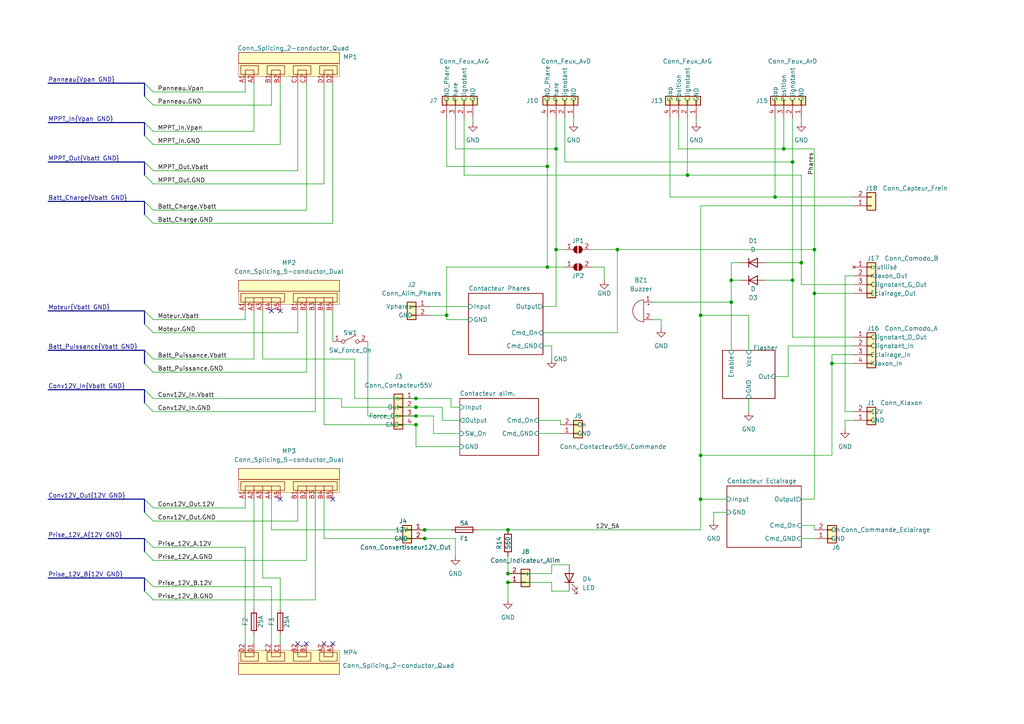
<source format=kicad_sch>
(kicad_sch (version 20211123) (generator eeschema)
  (paper "A4")
  (title_block (title "Boitier électrique vhéliotech") (date "2025-04-09") (rev "Beta 0.2") (company "Vélo solaire pour tous") (comment 1 "Licence CERN-OHL-S version 2"))
  (lib_symbols
    (symbol "Conn_Feux_Arriere_1" (pin_names (offset 1.016))
      (property "Reference" "J" (at 0 5.08 0))
      (property "Value" "Conn_Feux_Arriere_1" (at 0 -7.62 0))
      (symbol "Conn_Feux_Arriere_1_1_1"
        (rectangle (start -1.27 -4.953) (end 0 -5.207) (stroke (width 0.1524)))
        (rectangle (start -1.27 -2.413) (end 0 -2.667) (stroke (width 0.1524)))
        (rectangle (start -1.27 0.127) (end 0 -0.127) (stroke (width 0.1524)))
        (rectangle (start -1.27 2.667) (end 0 2.413) (stroke (width 0.1524)))
        (rectangle (start -1.27 3.81) (end 1.27 -6.35) (stroke (width 0.254)) (fill (type background)))
        (pin power_in line (at -5.08 2.54 0) (length 3.81) (name "GND") (number "1"))
        (pin passive line (at -5.08 0 0) (length 3.81) (name "Clignotant") (number "2"))
        (pin passive line (at -5.08 -2.54 0) (length 3.81) (name "Position") (number "3"))
        (pin passive line (at -5.08 -5.08 0) (length 3.81) (name "Stop") (number "4"))
      )
    )
    (symbol "Connector_Generic:Conn_01x02" (pin_names (offset 1.016) hide)
      (property "Reference" "J" (at 0 2.54 0))
      (property "Value" "Conn_01x02" (at 0 -5.08 0))
      (symbol "Conn_01x02_1_1"
        (rectangle (start -1.27 -2.413) (end 0 -2.667) (stroke (width 0.1524)))
        (rectangle (start -1.27 0.127) (end 0 -0.127) (stroke (width 0.1524)))
        (rectangle (start -1.27 1.27) (end 1.27 -3.81) (stroke (width 0.254)) (fill (type background)))
        (pin passive line (at -5.08 0 0) (length 3.81) (name "Pin_1") (number "1"))
        (pin passive line (at -5.08 -2.54 0) (length 3.81) (name "Pin_2") (number "2"))
      )
    )
    (symbol "Device:Buzzer" (pin_names (offset 0.0254) hide)
      (property "Reference" "BZ" (at 3.81 1.27 0))
      (property "Value" "Buzzer" (at 3.81 -1.27 0))
      (symbol "Buzzer_0_1"
        (arc (start 0 -3.175) (mid 3.175 0) (end 0 3.175))
        (polyline (pts (xy -1.651 1.905) (xy -1.143 1.905)))
        (polyline (pts (xy -1.397 2.159) (xy -1.397 1.651)))
        (polyline (pts (xy 0 3.175) (xy 0 -3.175)))
      )
      (symbol "Buzzer_1_1"
        (pin passive line (at -2.54 2.54 0) (length 2.54) (name "-") (number "1"))
        (pin passive line (at -2.54 -2.54 0) (length 2.54) (name "+") (number "2"))
      )
    )
    (symbol "Device:D" (pin_numbers hide) (pin_names (offset 1.016) hide)
      (property "Reference" "D" (at 0 2.54 0))
      (property "Value" "D" (at 0 -2.54 0))
      (symbol "D_0_1"
        (polyline (pts (xy -1.27 1.27) (xy -1.27 -1.27)) (stroke (width 0.254)))
        (polyline (pts (xy 1.27 0) (xy -1.27 0)))
        (polyline (pts (xy 1.27 1.27) (xy 1.27 -1.27) (xy -1.27 0) (xy 1.27 1.27)) (stroke (width 0.254)))
      )
      (symbol "D_1_1"
        (pin passive line (at -3.81 0 0) (length 2.54) (name "K") (number "1"))
        (pin passive line (at 3.81 0 180) (length 2.54) (name "A") (number "2"))
      )
    )
    (symbol "Device:LED" (pin_numbers hide) (pin_names (offset 1.016) hide)
      (property "Reference" "D" (at 0 2.54 0))
      (property "Value" "LED" (at 0 -2.54 0))
      (symbol "LED_0_1"
        (polyline (pts (xy -1.27 -1.27) (xy -1.27 1.27)) (stroke (width 0.254)))
        (polyline (pts (xy -1.27 0) (xy 1.27 0)))
        (polyline (pts (xy 1.27 -1.27) (xy 1.27 1.27) (xy -1.27 0) (xy 1.27 -1.27)) (stroke (width 0.254)))
        (polyline (pts (xy -3.048 -0.762) (xy -4.572 -2.286) (xy -3.81 -2.286) (xy -4.572 -2.286) (xy -4.572 -1.524)))
        (polyline (pts (xy -1.778 -0.762) (xy -3.302 -2.286) (xy -2.54 -2.286) (xy -3.302 -2.286) (xy -3.302 -1.524)))
      )
      (symbol "LED_1_1"
        (pin passive line (at -3.81 0 0) (length 2.54) (name "K") (number "1"))
        (pin passive line (at 3.81 0 180) (length 2.54) (name "A") (number "2"))
      )
    )
    (symbol "Device:R" (pin_numbers hide) (pin_names (offset 0))
      (property "Reference" "R" (at 2.032 0 90))
      (property "Value" "R" (at 0 0 90))
      (symbol "R_0_1"
        (rectangle (start -1.016 -2.54) (end 1.016 2.54) (stroke (width 0.254)))
      )
      (symbol "R_1_1"
        (pin passive line (at 0 3.81 270) (length 1.27) (name "~") (number "1"))
        (pin passive line (at 0 -3.81 90) (length 1.27) (name "~") (number "2"))
      )
    )
    (symbol "Jumper:SolderJumper_2_Open" (pin_names (offset 0) hide)
      (property "Reference" "JP" (at 0 2.032 0))
      (property "Value" "SolderJumper_2_Open" (at 0 -2.54 0))
      (symbol "SolderJumper_2_Open_0_1"
        (arc (start -0.254 1.016) (mid -1.27 0) (end -0.254 -1.016))
        (arc (start -0.254 1.016) (mid -1.27 0) (end -0.254 -1.016) (fill (type outline)))
        (polyline (pts (xy -0.254 1.016) (xy -0.254 -1.016)))
        (polyline (pts (xy 0.254 1.016) (xy 0.254 -1.016)))
        (arc (start 0.254 -1.016) (mid 1.27 0) (end 0.254 1.016))
        (arc (start 0.254 -1.016) (mid 1.27 0) (end 0.254 1.016) (fill (type outline)))
      )
      (symbol "SolderJumper_2_Open_1_1"
        (pin passive line (at -3.81 0 0) (length 2.54) (name "A") (number "1"))
        (pin passive line (at 3.81 0 180) (length 2.54) (name "B") (number "2"))
      )
    )
    (symbol "Switch:SW_SPST" (pin_names (offset 0) hide)
      (property "Reference" "SW" (at 0 3.175 0))
      (property "Value" "SW_SPST" (at 0 -2.54 0))
      (symbol "SW_SPST_0_0"
        (circle (center -2.032 0) (radius 0.508))
        (polyline (pts (xy -1.524 0.254) (xy 1.524 1.778)))
        (circle (center 2.032 0) (radius 0.508))
      )
      (symbol "SW_SPST_1_1"
        (pin passive line (at -5.08 0 0) (length 2.54) (name "A") (number "1"))
        (pin passive line (at 5.08 0 180) (length 2.54) (name "B") (number "2"))
      )
    )
    (symbol "circuit:Conn_Alim_Phares" (pin_names (offset 1.016))
      (property "Reference" "J" (at 0 2.54 0))
      (property "Value" "Conn_Alim_Phares" (at 0 -5.08 0))
      (symbol "Conn_Alim_Phares_1_1"
        (rectangle (start -1.27 -2.413) (end 0 -2.667) (stroke (width 0.1524)))
        (rectangle (start -1.27 0.127) (end 0 -0.127) (stroke (width 0.1524)))
        (rectangle (start -1.27 1.27) (end 1.27 -3.81) (stroke (width 0.254)) (fill (type background)))
        (pin power_out line (at -5.08 0 0) (length 3.81) (name "Vphares") (number "1"))
        (pin power_out line (at -5.08 -2.54 0) (length 3.81) (name "GND") (number "2"))
      )
    )
    (symbol "circuit:Conn_Commande_Eclairage" (pin_names (offset 1.016))
      (property "Reference" "J" (at 0 2.54 0))
      (property "Value" "Conn_Commande_Eclairage" (at 0 -5.08 0))
      (symbol "Conn_Commande_Eclairage_1_1"
        (rectangle (start -1.27 -2.413) (end 0 -2.667) (stroke (width 0.1524)))
        (rectangle (start -1.27 0.127) (end 0 -0.127) (stroke (width 0.1524)))
        (rectangle (start -1.27 1.27) (end 1.27 -3.81) (stroke (width 0.254)) (fill (type background)))
        (pin power_in line (at -5.08 0 0) (length 3.81) (name "GND") (number "1"))
        (pin passive line (at -5.08 -2.54 0) (length 3.81) (name "On") (number "2"))
      )
    )
    (symbol "circuit:Conn_Comodo_A" (pin_names (offset 1.016))
      (property "Reference" "J" (at 0 5.08 0))
      (property "Value" "Conn_Comodo_A" (at 0 -7.62 0))
      (symbol "Conn_Comodo_A_1_1"
        (rectangle (start -1.27 -4.953) (end 0 -5.207) (stroke (width 0.1524)))
        (rectangle (start -1.27 -2.413) (end 0 -2.667) (stroke (width 0.1524)))
        (rectangle (start -1.27 0.127) (end 0 -0.127) (stroke (width 0.1524)))
        (rectangle (start -1.27 2.667) (end 0 2.413) (stroke (width 0.1524)))
        (rectangle (start -1.27 3.81) (end 1.27 -6.35) (stroke (width 0.254)) (fill (type background)))
        (pin passive line (at -5.08 -5.08 0) (length 3.81) (name "Clignotant_D_Out") (number "1"))
        (pin passive line (at -5.08 -2.54 0) (length 3.81) (name "Clignotant_In") (number "2"))
        (pin passive line (at -5.08 0 0) (length 3.81) (name "Eclairage_In") (number "3"))
        (pin passive line (at -5.08 2.54 0) (length 3.81) (name "Klaxon_In") (number "4"))
      )
    )
    (symbol "circuit:Conn_Comodo_B" (pin_names (offset 1.016))
      (property "Reference" "J" (at 0 5.08 0))
      (property "Value" "Conn_Comodo_B" (at 0 -7.62 0))
      (symbol "Conn_Comodo_B_1_1"
        (rectangle (start -1.27 -4.953) (end 0 -5.207) (stroke (width 0.1524)))
        (rectangle (start -1.27 -2.413) (end 0 -2.667) (stroke (width 0.1524)))
        (rectangle (start -1.27 0.127) (end 0 -0.127) (stroke (width 0.1524)))
        (rectangle (start -1.27 2.667) (end 0 2.413) (stroke (width 0.1524)))
        (rectangle (start -1.27 3.81) (end 1.27 -6.35) (stroke (width 0.254)) (fill (type background)))
        (pin no_connect line (at -5.08 -5.08 0) (length 3.81) (name "Inutilisé") (number "1"))
        (pin passive line (at -5.08 -2.54 0) (length 3.81) (name "Klaxon_Out") (number "2"))
        (pin passive line (at -5.08 0 0) (length 3.81) (name "Clignotant_G_Out") (number "3"))
        (pin passive line (at -5.08 2.54 0) (length 3.81) (name "Eclairage_Out") (number "4"))
      )
    )
    (symbol "circuit:Conn_Contacteur55V" (pin_names (offset 1.016))
      (property "Reference" "J" (at 0 5.08 0))
      (property "Value" "Conn_Contacteur55V" (at 0 -7.62 0))
      (symbol "Conn_Contacteur55V_1_1"
        (rectangle (start -1.27 -4.953) (end 0 -5.207) (stroke (width 0.1524)))
        (rectangle (start -1.27 -2.413) (end 0 -2.667) (stroke (width 0.1524)))
        (rectangle (start -1.27 0.127) (end 0 -0.127) (stroke (width 0.1524)))
        (rectangle (start -1.27 2.667) (end 0 2.413) (stroke (width 0.1524)))
        (rectangle (start -1.27 3.81) (end 1.27 -6.35) (stroke (width 0.254)) (fill (type background)))
        (pin power_in line (at -5.08 2.54 0) (length 3.81) (name "In") (number "1"))
        (pin power_in line (at -5.08 0 0) (length 3.81) (name "Out") (number "2"))
        (pin passive line (at -5.08 -2.54 0) (length 3.81) (name "Force_On") (number "3"))
        (pin power_in line (at -5.08 -5.08 0) (length 3.81) (name "GND") (number "4"))
      )
    )
    (symbol "circuit:Conn_Contacteur55V_Commande" (pin_names (offset 1.016))
      (property "Reference" "J" (at 0 2.54 0))
      (property "Value" "Conn_Contacteur55V_Commande" (at 0 -5.08 0))
      (symbol "Conn_Contacteur55V_Commande_1_1"
        (rectangle (start -1.27 -2.413) (end 0 -2.667) (stroke (width 0.1524)))
        (rectangle (start -1.27 0.127) (end 0 -0.127) (stroke (width 0.1524)))
        (rectangle (start -1.27 1.27) (end 1.27 -3.81) (stroke (width 0.254)) (fill (type background)))
        (pin power_in line (at -5.08 0 0) (length 3.81) (name "GND") (number "1"))
        (pin passive line (at -5.08 -2.54 0) (length 3.81) (name "On") (number "2"))
      )
    )
    (symbol "circuit:Conn_Convertisseur12V_Out" (pin_names (offset 1.016))
      (property "Reference" "J" (at 0 2.54 0))
      (property "Value" "Conn_Convertisseur12V_Out" (at 0 -5.08 0))
      (symbol "Conn_Convertisseur12V_Out_1_1"
        (rectangle (start -1.27 -2.413) (end 0 -2.667) (stroke (width 0.1524)))
        (rectangle (start -1.27 0.127) (end 0 -0.127) (stroke (width 0.1524)))
        (rectangle (start -1.27 1.27) (end 1.27 -3.81) (stroke (width 0.254)) (fill (type background)))
        (pin power_out line (at -5.08 0 0) (length 3.81) (name "12V") (number "1"))
        (pin power_out line (at -5.08 -2.54 0) (length 3.81) (name "GND") (number "2"))
      )
    )
    (symbol "circuit:Conn_Feux_Arriere" (pin_names (offset 1.016))
      (property "Reference" "J" (at 0 5.08 0))
      (property "Value" "Conn_Feux_Arriere" (at 0 -7.62 0))
      (symbol "Conn_Feux_Arriere_1_1"
        (rectangle (start -1.27 -4.953) (end 0 -5.207) (stroke (width 0.1524)))
        (rectangle (start -1.27 -2.413) (end 0 -2.667) (stroke (width 0.1524)))
        (rectangle (start -1.27 0.127) (end 0 -0.127) (stroke (width 0.1524)))
        (rectangle (start -1.27 2.667) (end 0 2.413) (stroke (width 0.1524)))
        (rectangle (start -1.27 3.81) (end 1.27 -6.35) (stroke (width 0.254)) (fill (type background)))
        (pin power_in line (at -5.08 2.54 0) (length 3.81) (name "GND") (number "1"))
        (pin passive line (at -5.08 0 0) (length 3.81) (name "Clignotant") (number "2"))
        (pin passive line (at -5.08 -2.54 0) (length 3.81) (name "Position") (number "3"))
        (pin passive line (at -5.08 -5.08 0) (length 3.81) (name "Stop") (number "4"))
      )
    )
    (symbol "circuit:Conn_Feux_Avant" (pin_names (offset 1.016))
      (property "Reference" "J" (at 0 5.08 0))
      (property "Value" "Conn_Feux_Avant" (at 0 -7.62 0))
      (symbol "Conn_Feux_Avant_1_1"
        (rectangle (start -1.27 -4.953) (end 0 -5.207) (stroke (width 0.1524)))
        (rectangle (start -1.27 -2.413) (end 0 -2.667) (stroke (width 0.1524)))
        (rectangle (start -1.27 0.127) (end 0 -0.127) (stroke (width 0.1524)))
        (rectangle (start -1.27 2.667) (end 0 2.413) (stroke (width 0.1524)))
        (rectangle (start -1.27 3.81) (end 1.27 -6.35) (stroke (width 0.254)) (fill (type background)))
        (pin power_in line (at -5.08 2.54 0) (length 3.81) (name "GND") (number "1"))
        (pin passive line (at -5.08 0 0) (length 3.81) (name "Clignotant") (number "2"))
        (pin passive line (at -5.08 -2.54 0) (length 3.81) (name "Phare") (number "3"))
        (pin power_in line (at -5.08 -5.08 0) (length 3.81) (name "GND_Phare") (number "4"))
      )
    )
    (symbol "circuit:Conn_Indicateur_Alim" (pin_names (offset 1.016))
      (property "Reference" "J" (at 0 2.54 0))
      (property "Value" "Conn_Indicateur_Alim" (at 0 -5.08 0))
      (symbol "Conn_Indicateur_Alim_1_1"
        (rectangle (start -1.27 -2.413) (end 0 -2.667) (stroke (width 0.1524)))
        (rectangle (start -1.27 0.127) (end 0 -0.127) (stroke (width 0.1524)))
        (rectangle (start -1.27 1.27) (end 1.27 -3.81) (stroke (width 0.254)) (fill (type background)))
        (pin power_in line (at -5.08 0 0) (length 3.81) (name "-") (number "1"))
        (pin passive line (at -5.08 -2.54 0) (length 3.81) (name "+") (number "2"))
      )
    )
    (symbol "circuit:Conn_Klaxon" (pin_names (offset 1.016))
      (property "Reference" "J" (at 0 2.54 0))
      (property "Value" "Conn_Klaxon" (at 0 -5.08 0))
      (symbol "Conn_Klaxon_1_1"
        (rectangle (start -1.27 -2.413) (end 0 -2.667) (stroke (width 0.1524)))
        (rectangle (start -1.27 0.127) (end 0 -0.127) (stroke (width 0.1524)))
        (rectangle (start -1.27 1.27) (end 1.27 -3.81) (stroke (width 0.254)) (fill (type background)))
        (pin power_in line (at -5.08 0 0) (length 3.81) (name "GND") (number "1"))
        (pin passive line (at -5.08 -2.54 0) (length 3.81) (name "12V") (number "2"))
      )
    )
    (symbol "circuit:Conn_Splicing_2-conductor_Quad"
      (property "Reference" "MP" (at 0.635 11.43 0))
      (property "Value" "Conn_Splicing_2-conductor_Quad" (at 1.27 -21.59 0))
      (symbol "Conn_Splicing_2-conductor_Quad_0_1"
        (rectangle (start -3.175 9.525) (end 0.635 -19.685) (stroke (width 0.01)) (fill (type background)))
        (rectangle (start -2.54 -13.97) (end 0 -19.05))
        (rectangle (start -2.54 -6.35) (end 0 -11.43))
        (rectangle (start -2.54 1.27) (end 0 -3.81))
        (rectangle (start -2.54 8.89) (end 0 3.81))
        (polyline (pts (xy -2.54 -15.24) (xy -1.27 -15.24) (xy -1.27 -17.78) (xy -2.54 -17.78)))
        (polyline (pts (xy -2.54 -7.62) (xy -1.27 -7.62) (xy -1.27 -10.16) (xy -2.54 -10.16)))
        (polyline (pts (xy -2.54 0) (xy -1.27 0) (xy -1.27 -2.54) (xy -2.54 -2.54)))
        (polyline (pts (xy -2.54 7.62) (xy -1.27 7.62) (xy -1.27 5.08) (xy -2.54 5.08)))
        (rectangle (start 0.635 9.525) (end 3.81 -19.685) (fill (type background)))
      )
      (symbol "Conn_Splicing_2-conductor_Quad_1_1"
        (pin passive line (at -5.08 7.62 0) (length 2.54) (name "") (number "A1"))
        (pin passive line (at -5.08 5.08 0) (length 2.54) (name "") (number "A2"))
        (pin passive line (at -5.08 0 0) (length 2.54) (name "") (number "B1"))
        (pin passive line (at -5.08 -2.54 0) (length 2.54) (name "") (number "B2"))
        (pin passive line (at -5.08 -7.62 0) (length 2.54) (name "") (number "C1"))
        (pin passive line (at -5.08 -10.16 0) (length 2.54) (name "") (number "C2"))
        (pin passive line (at -5.08 -15.24 0) (length 2.54) (name "") (number "D1"))
        (pin passive line (at -5.08 -17.78 0) (length 2.54) (name "") (number "D2"))
      )
    )
    (symbol "circuit:Conn_Splicing_5-conductor_Dual"
      (property "Reference" "MP" (at 0.635 11.43 0))
      (property "Value" "Conn_Splicing_5-conductor_Dual" (at 1.27 -21.59 0))
      (symbol "Conn_Splicing_5-conductor_Dual_0_1"
        (rectangle (start -3.175 9.525) (end 0.635 -19.685) (stroke (width 0.01)) (fill (type background)))
        (rectangle (start -2.54 -6.35) (end 0 -19.05))
        (rectangle (start -2.54 8.89) (end 0 -3.81))
        (polyline (pts (xy -1.27 -15.24) (xy -2.54 -15.24)))
        (polyline (pts (xy -1.27 -12.7) (xy -2.54 -12.7)))
        (polyline (pts (xy -1.27 -10.16) (xy -2.54 -10.16)))
        (polyline (pts (xy -1.27 0) (xy -2.54 0)))
        (polyline (pts (xy -1.27 2.54) (xy -2.54 2.54)))
        (polyline (pts (xy -1.27 5.08) (xy -2.54 5.08)))
        (polyline (pts (xy -2.54 -7.62) (xy -1.27 -7.62) (xy -1.27 -17.78) (xy -2.54 -17.78)))
        (polyline (pts (xy -2.54 7.62) (xy -1.27 7.62) (xy -1.27 -2.54) (xy -2.54 -2.54)))
        (rectangle (start 0.635 9.525) (end 3.81 -19.685) (fill (type background)))
      )
      (symbol "Conn_Splicing_5-conductor_Dual_1_1"
        (pin passive line (at -5.08 7.62 0) (length 2.54) (name "") (number "A1"))
        (pin passive line (at -5.08 5.08 0) (length 2.54) (name "") (number "A2"))
        (pin passive line (at -5.08 2.54 0) (length 2.54) (name "") (number "A3"))
        (pin passive line (at -5.08 0 0) (length 2.54) (name "") (number "A4"))
        (pin passive line (at -5.08 -2.54 0) (length 2.54) (name "") (number "A5"))
        (pin passive line (at -5.08 -7.62 0) (length 2.54) (name "") (number "B1"))
        (pin passive line (at -5.08 -10.16 0) (length 2.54) (name "") (number "B2"))
        (pin passive line (at -5.08 -12.7 0) (length 2.54) (name "") (number "B3"))
        (pin passive line (at -5.08 -15.24 0) (length 2.54) (name "") (number "B4"))
        (pin passive line (at -5.08 -17.78 0) (length 2.54) (name "") (number "B5"))
      )
    )
    (symbol "circuit:Fuse" (pin_numbers hide) (pin_names (offset 0))
      (property "Reference" "F" (at 2.032 0 90))
      (property "Value" "Fuse" (at -1.905 0 90))
      (symbol "Fuse_0_1"
        (rectangle (start -0.762 -2.54) (end 0.762 2.54) (stroke (width 0.254)))
        (polyline (pts (xy 0 2.54) (xy 0 -2.54)))
      )
      (symbol "Fuse_1_1"
        (pin passive line (at 0 3.81 270) (length 1.27) (name "~") (number "1"))
        (pin passive line (at 0 -3.81 90) (length 1.27) (name "~") (number "2"))
      )
    )
    (symbol "power:GND" (power) (pin_names (offset 0))
      (property "Value" "GND" (at 0 -3.81 0))
      (symbol "GND_0_1"
        (polyline (pts (xy 0 0) (xy 0 -1.27) (xy 1.27 -1.27) (xy 0 -2.54) (xy -1.27 -1.27) (xy 0 -1.27)))
      )
      (symbol "GND_1_1"
        (pin power_in line (at 0 0 270) (length 0) hide (name "GND") (number "1"))
      )
    )
  )
  (junction (at 203.2 132.08))
  (junction (at 123.19 156.21))
  (junction (at 179.07 72.39))
  (junction (at 199.39 50.8))
  (junction (at 161.29 43.18))
  (junction (at 224.79 57.15))
  (junction (at 120.65 123.19))
  (junction (at 120.65 115.57))
  (junction (at 147.32 166.37))
  (junction (at 147.32 168.91))
  (junction (at 229.87 81.28))
  (junction (at 203.2 91.44))
  (junction (at 227.33 43.18))
  (junction (at 161.29 72.39))
  (junction (at 229.87 46.99))
  (junction (at 120.65 120.65))
  (junction (at 212.09 81.28))
  (junction (at 120.65 118.11))
  (junction (at 241.3 105.41))
  (junction (at 236.22 72.39))
  (junction (at 158.75 48.26))
  (junction (at 212.09 87.63))
  (junction (at 147.32 153.67))
  (junction (at 123.19 153.67))
  (junction (at 129.54 91.44))
  (junction (at 236.22 85.09))
  (junction (at 203.2 144.78))
  (junction (at 232.41 76.2))
  (junction (at 158.75 77.47))
  (no_connect (at 96.52 186.69))
  (no_connect (at 96.52 144.78))
  (no_connect (at 78.74 90.17))
  (no_connect (at 88.9 186.69))
  (no_connect (at 93.98 186.69))
  (no_connect (at 86.36 186.69))
  (no_connect (at 81.28 144.78))
  (no_connect (at 81.28 90.17))
  (bus_entry (at 41.91 35.56) (size 2.54 2.54))
  (bus_entry (at 41.91 105.41) (size 2.54 2.54))
  (bus_entry (at 41.91 144.78) (size 2.54 2.54))
  (bus_entry (at 41.91 58.42) (size 2.54 2.54))
  (bus_entry (at 41.91 116.84) (size 2.54 2.54))
  (bus_entry (at 41.91 62.23) (size 2.54 2.54))
  (bus_entry (at 41.91 24.13) (size 2.54 2.54))
  (bus_entry (at 41.91 50.8) (size 2.54 2.54))
  (bus_entry (at 41.91 167.64) (size 2.54 2.54))
  (bus_entry (at 41.91 46.99) (size 2.54 2.54))
  (bus_entry (at 41.91 156.21) (size 2.54 2.54))
  (bus_entry (at 41.91 93.98) (size 2.54 2.54))
  (bus_entry (at 41.91 113.03) (size 2.54 2.54))
  (bus_entry (at 41.91 171.45) (size 2.54 2.54))
  (bus_entry (at 41.91 90.17) (size 2.54 2.54))
  (bus_entry (at 41.91 148.59) (size 2.54 2.54))
  (bus_entry (at 41.91 27.94) (size 2.54 2.54))
  (bus_entry (at 41.91 160.02) (size 2.54 2.54))
  (bus_entry (at 41.91 101.6) (size 2.54 2.54))
  (bus_entry (at 41.91 39.37) (size 2.54 2.54))
  (wire (pts (xy 125.73 125.73) (xy 125.73 120.65)))
  (wire (pts (xy 217.17 115.57) (xy 217.17 119.38)))
  (wire (pts (xy 71.12 147.32) (xy 71.12 144.78)))
  (wire (pts (xy 203.2 144.78) (xy 203.2 153.67)))
  (wire (pts (xy 212.09 87.63) (xy 212.09 101.6)))
  (wire (pts (xy 161.29 72.39) (xy 161.29 88.9)))
  (wire (pts (xy 247.65 121.92) (xy 245.11 121.92)))
  (bus (pts (xy 41.91 35.56) (xy 41.91 39.37)))
  (wire (pts (xy 124.46 88.9) (xy 135.89 88.9)))
  (wire (pts (xy 130.81 115.57) (xy 120.65 115.57)))
  (wire (pts (xy 203.2 144.78) (xy 210.82 144.78)))
  (wire (pts (xy 88.9 162.56) (xy 88.9 144.78)))
  (wire (pts (xy 129.54 34.29) (xy 129.54 48.26)))
  (wire (pts (xy 228.6 100.33) (xy 228.6 109.22)))
  (wire (pts (xy 222.25 76.2) (xy 232.41 76.2)))
  (wire (pts (xy 161.29 43.18) (xy 132.08 43.18)))
  (wire (pts (xy 212.09 81.28) (xy 212.09 87.63)))
  (bus (pts (xy 13.97 24.13) (xy 41.91 24.13)))
  (wire (pts (xy 232.41 156.21) (xy 236.22 156.21)))
  (wire (pts (xy 44.45 162.56) (xy 88.9 162.56)))
  (wire (pts (xy 125.73 120.65) (xy 120.65 120.65)))
  (bus (pts (xy 41.91 144.78) (xy 41.91 148.59)))
  (wire (pts (xy 44.45 158.75) (xy 71.12 158.75)))
  (wire (pts (xy 227.33 34.29) (xy 227.33 43.18)))
  (wire (pts (xy 44.45 170.18) (xy 78.74 170.18)))
  (wire (pts (xy 93.98 90.17) (xy 93.98 123.19)))
  (wire (pts (xy 76.2 104.14) (xy 102.87 104.14)))
  (wire (pts (xy 199.39 34.29) (xy 199.39 50.8)))
  (wire (pts (xy 147.32 168.91) (xy 147.32 173.99)))
  (wire (pts (xy 88.9 60.96) (xy 88.9 24.13)))
  (wire (pts (xy 129.54 92.71) (xy 135.89 92.71)))
  (wire (pts (xy 158.75 77.47) (xy 129.54 77.47)))
  (wire (pts (xy 229.87 46.99) (xy 163.83 46.99)))
  (wire (pts (xy 120.65 123.19) (xy 93.98 123.19)))
  (wire (pts (xy 161.29 72.39) (xy 163.83 72.39)))
  (wire (pts (xy 44.45 147.32) (xy 71.12 147.32)))
  (wire (pts (xy 73.66 144.78) (xy 73.66 176.53)))
  (wire (pts (xy 81.28 167.64) (xy 81.28 176.53)))
  (wire (pts (xy 44.45 30.48) (xy 78.74 30.48)))
  (wire (pts (xy 137.16 34.29) (xy 137.16 35.56)))
  (wire (pts (xy 161.29 34.29) (xy 161.29 43.18)))
  (wire (pts (xy 241.3 105.41) (xy 241.3 102.87)))
  (wire (pts (xy 44.45 26.67) (xy 71.12 26.67)))
  (wire (pts (xy 133.35 125.73) (xy 125.73 125.73)))
  (wire (pts (xy 102.87 115.57) (xy 120.65 115.57)))
  (wire (pts (xy 179.07 72.39) (xy 236.22 72.39)))
  (wire (pts (xy 128.27 121.92) (xy 128.27 118.11)))
  (wire (pts (xy 96.52 90.17) (xy 96.52 99.06)))
  (wire (pts (xy 158.75 77.47) (xy 163.83 77.47)))
  (wire (pts (xy 147.32 153.67) (xy 203.2 153.67)))
  (wire (pts (xy 71.12 92.71) (xy 71.12 90.17)))
  (wire (pts (xy 160.02 171.45) (xy 165.1 171.45)))
  (wire (pts (xy 161.29 43.18) (xy 161.29 72.39)))
  (wire (pts (xy 245.11 119.38) (xy 247.65 119.38)))
  (wire (pts (xy 86.36 96.52) (xy 86.36 90.17)))
  (wire (pts (xy 247.65 97.79) (xy 229.87 97.79)))
  (wire (pts (xy 91.44 173.99) (xy 91.44 144.78)))
  (bus (pts (xy 13.97 144.78) (xy 41.91 144.78)))
  (wire (pts (xy 102.87 104.14) (xy 102.87 115.57)))
  (wire (pts (xy 78.74 186.69) (xy 78.74 170.18)))
  (bus (pts (xy 13.97 156.21) (xy 41.91 156.21)))
  (wire (pts (xy 203.2 91.44) (xy 217.17 91.44)))
  (bus (pts (xy 13.97 58.42) (xy 41.91 58.42)))
  (bus (pts (xy 13.97 35.56) (xy 41.91 35.56)))
  (wire (pts (xy 245.11 80.01) (xy 245.11 119.38)))
  (wire (pts (xy 129.54 48.26) (xy 158.75 48.26)))
  (wire (pts (xy 73.66 184.15) (xy 73.66 186.69)))
  (wire (pts (xy 203.2 91.44) (xy 203.2 132.08)))
  (wire (pts (xy 224.79 57.15) (xy 224.79 34.29)))
  (wire (pts (xy 123.19 156.21) (xy 132.08 156.21)))
  (wire (pts (xy 157.48 100.33) (xy 160.02 100.33)))
  (wire (pts (xy 138.43 153.67) (xy 147.32 153.67)))
  (wire (pts (xy 191.77 95.25) (xy 191.77 92.71)))
  (wire (pts (xy 179.07 72.39) (xy 179.07 96.52)))
  (wire (pts (xy 201.93 34.29) (xy 201.93 35.56)))
  (wire (pts (xy 236.22 43.18) (xy 236.22 72.39)))
  (wire (pts (xy 156.21 125.73) (xy 162.56 125.73)))
  (wire (pts (xy 81.28 184.15) (xy 81.28 186.69)))
  (wire (pts (xy 241.3 105.41) (xy 241.3 132.08)))
  (wire (pts (xy 158.75 48.26) (xy 158.75 77.47)))
  (wire (pts (xy 76.2 90.17) (xy 76.2 104.14)))
  (wire (pts (xy 78.74 30.48) (xy 78.74 24.13)))
  (wire (pts (xy 212.09 76.2) (xy 212.09 81.28)))
  (wire (pts (xy 78.74 153.67) (xy 78.74 144.78)))
  (wire (pts (xy 147.32 168.91) (xy 160.02 168.91)))
  (wire (pts (xy 44.45 53.34) (xy 93.98 53.34)))
  (wire (pts (xy 194.31 57.15) (xy 194.31 34.29)))
  (wire (pts (xy 207.01 151.13) (xy 207.01 148.59)))
  (wire (pts (xy 229.87 81.28) (xy 229.87 97.79)))
  (wire (pts (xy 228.6 100.33) (xy 247.65 100.33)))
  (wire (pts (xy 134.62 50.8) (xy 134.62 34.29)))
  (wire (pts (xy 245.11 80.01) (xy 247.65 80.01)))
  (wire (pts (xy 129.54 91.44) (xy 129.54 92.71)))
  (wire (pts (xy 222.25 81.28) (xy 229.87 81.28)))
  (bus (pts (xy 13.97 113.03) (xy 41.91 113.03)))
  (wire (pts (xy 133.35 129.54) (xy 120.65 129.54)))
  (bus (pts (xy 41.91 101.6) (xy 41.91 105.41)))
  (wire (pts (xy 157.48 96.52) (xy 179.07 96.52)))
  (wire (pts (xy 129.54 77.47) (xy 129.54 91.44)))
  (wire (pts (xy 133.35 121.92) (xy 128.27 121.92)))
  (bus (pts (xy 41.91 46.99) (xy 41.91 50.8)))
  (wire (pts (xy 88.9 107.95) (xy 88.9 90.17)))
  (wire (pts (xy 44.45 115.57) (xy 99.06 115.57)))
  (wire (pts (xy 236.22 152.4) (xy 232.41 152.4)))
  (wire (pts (xy 212.09 81.28) (xy 214.63 81.28)))
  (bus (pts (xy 41.91 24.13) (xy 41.91 27.94)))
  (wire (pts (xy 86.36 151.13) (xy 86.36 144.78)))
  (wire (pts (xy 44.45 107.95) (xy 88.9 107.95)))
  (wire (pts (xy 76.2 144.78) (xy 76.2 167.64)))
  (wire (pts (xy 232.41 76.2) (xy 232.41 82.55)))
  (wire (pts (xy 147.32 161.29) (xy 147.32 166.37)))
  (wire (pts (xy 203.2 59.69) (xy 247.65 59.69)))
  (wire (pts (xy 99.06 118.11) (xy 99.06 115.57)))
  (wire (pts (xy 189.23 87.63) (xy 212.09 87.63)))
  (wire (pts (xy 133.35 118.11) (xy 130.81 118.11)))
  (wire (pts (xy 106.68 99.06) (xy 106.68 120.65)))
  (wire (pts (xy 130.81 118.11) (xy 130.81 115.57)))
  (wire (pts (xy 86.36 49.53) (xy 86.36 24.13)))
  (wire (pts (xy 123.19 153.67) (xy 78.74 153.67)))
  (wire (pts (xy 44.45 41.91) (xy 81.28 41.91)))
  (wire (pts (xy 120.65 129.54) (xy 120.65 123.19)))
  (wire (pts (xy 196.85 34.29) (xy 196.85 43.18)))
  (wire (pts (xy 157.48 88.9) (xy 161.29 88.9)))
  (wire (pts (xy 93.98 156.21) (xy 93.98 144.78)))
  (wire (pts (xy 81.28 41.91) (xy 81.28 24.13)))
  (wire (pts (xy 236.22 153.67) (xy 236.22 152.4)))
  (wire (pts (xy 203.2 59.69) (xy 203.2 91.44)))
  (wire (pts (xy 214.63 76.2) (xy 212.09 76.2)))
  (bus (pts (xy 41.91 167.64) (xy 41.91 171.45)))
  (wire (pts (xy 44.45 119.38) (xy 91.44 119.38)))
  (wire (pts (xy 73.66 104.14) (xy 73.66 90.17)))
  (wire (pts (xy 44.45 64.77) (xy 96.52 64.77)))
  (wire (pts (xy 241.3 102.87) (xy 247.65 102.87)))
  (wire (pts (xy 171.45 72.39) (xy 179.07 72.39)))
  (wire (pts (xy 44.45 151.13) (xy 86.36 151.13)))
  (wire (pts (xy 199.39 50.8) (xy 134.62 50.8)))
  (wire (pts (xy 247.65 105.41) (xy 241.3 105.41)))
  (wire (pts (xy 44.45 49.53) (xy 86.36 49.53)))
  (wire (pts (xy 91.44 119.38) (xy 91.44 90.17)))
  (wire (pts (xy 132.08 156.21) (xy 132.08 161.29)))
  (wire (pts (xy 232.41 50.8) (xy 232.41 76.2)))
  (wire (pts (xy 245.11 121.92) (xy 245.11 124.46)))
  (wire (pts (xy 73.66 38.1) (xy 73.66 24.13)))
  (wire (pts (xy 224.79 57.15) (xy 194.31 57.15)))
  (wire (pts (xy 163.83 46.99) (xy 163.83 34.29)))
  (wire (pts (xy 44.45 92.71) (xy 71.12 92.71)))
  (wire (pts (xy 232.41 144.78) (xy 236.22 144.78)))
  (wire (pts (xy 71.12 26.67) (xy 71.12 24.13)))
  (wire (pts (xy 224.79 57.15) (xy 247.65 57.15)))
  (bus (pts (xy 13.97 167.64) (xy 41.91 167.64)))
  (wire (pts (xy 175.26 81.28) (xy 175.26 77.47)))
  (wire (pts (xy 236.22 85.09) (xy 247.65 85.09)))
  (wire (pts (xy 236.22 85.09) (xy 236.22 144.78)))
  (wire (pts (xy 171.45 77.47) (xy 175.26 77.47)))
  (wire (pts (xy 44.45 60.96) (xy 88.9 60.96)))
  (wire (pts (xy 44.45 96.52) (xy 86.36 96.52)))
  (wire (pts (xy 203.2 132.08) (xy 241.3 132.08)))
  (wire (pts (xy 106.68 120.65) (xy 120.65 120.65)))
  (bus (pts (xy 41.91 90.17) (xy 41.91 93.98)))
  (wire (pts (xy 236.22 72.39) (xy 236.22 85.09)))
  (wire (pts (xy 124.46 91.44) (xy 129.54 91.44)))
  (wire (pts (xy 158.75 48.26) (xy 158.75 34.29)))
  (wire (pts (xy 229.87 46.99) (xy 229.87 81.28)))
  (wire (pts (xy 44.45 173.99) (xy 91.44 173.99)))
  (wire (pts (xy 156.21 121.92) (xy 162.56 121.92)))
  (wire (pts (xy 96.52 64.77) (xy 96.52 24.13)))
  (bus (pts (xy 13.97 46.99) (xy 41.91 46.99)))
  (bus (pts (xy 13.97 101.6) (xy 41.91 101.6)))
  (wire (pts (xy 199.39 50.8) (xy 232.41 50.8)))
  (wire (pts (xy 99.06 118.11) (xy 120.65 118.11)))
  (wire (pts (xy 147.32 166.37) (xy 160.02 166.37)))
  (bus (pts (xy 41.91 58.42) (xy 41.91 62.23)))
  (wire (pts (xy 203.2 132.08) (xy 203.2 144.78)))
  (wire (pts (xy 162.56 123.19) (xy 162.56 121.92)))
  (wire (pts (xy 229.87 34.29) (xy 229.87 46.99)))
  (wire (pts (xy 166.37 34.29) (xy 166.37 35.56)))
  (wire (pts (xy 44.45 104.14) (xy 73.66 104.14)))
  (bus (pts (xy 41.91 156.21) (xy 41.91 160.02)))
  (wire (pts (xy 224.79 109.22) (xy 228.6 109.22)))
  (wire (pts (xy 207.01 148.59) (xy 210.82 148.59)))
  (bus (pts (xy 13.97 90.17) (xy 41.91 90.17)))
  (wire (pts (xy 191.77 92.71) (xy 189.23 92.71)))
  (wire (pts (xy 232.41 82.55) (xy 247.65 82.55)))
  (wire (pts (xy 232.41 34.29) (xy 232.41 35.56)))
  (wire (pts (xy 44.45 38.1) (xy 73.66 38.1)))
  (wire (pts (xy 217.17 91.44) (xy 217.17 101.6)))
  (wire (pts (xy 160.02 166.37) (xy 160.02 163.83)))
  (wire (pts (xy 160.02 168.91) (xy 160.02 171.45)))
  (wire (pts (xy 196.85 43.18) (xy 227.33 43.18)))
  (wire (pts (xy 76.2 167.64) (xy 81.28 167.64)))
  (wire (pts (xy 160.02 163.83) (xy 165.1 163.83)))
  (wire (pts (xy 123.19 156.21) (xy 93.98 156.21)))
  (wire (pts (xy 128.27 118.11) (xy 120.65 118.11)))
  (wire (pts (xy 227.33 43.18) (xy 236.22 43.18)))
  (bus (pts (xy 41.91 113.03) (xy 41.91 116.84)))
  (wire (pts (xy 71.12 186.69) (xy 71.12 158.75)))
  (wire (pts (xy 123.19 153.67) (xy 130.81 153.67)))
  (wire (pts (xy 132.08 43.18) (xy 132.08 34.29)))
  (wire (pts (xy 93.98 53.34) (xy 93.98 24.13)))
  (wire (pts (xy 160.02 100.33) (xy 160.02 104.14)))
  (label "Panneau.Vpan" (at 45.72 26.67 0))
  (label "Panneau.GND" (at 45.72 30.48 0))
  (label "Conv12V_In.Vbatt" (at 45.72 115.57 0))
  (label "Batt_Charge{Vbatt GND}" (at 13.97 58.42 0))
  (label "MPPT_Out{Vbatt GND}" (at 13.97 46.99 0))
  (label "Moteur.GND" (at 45.72 96.52 0))
  (label "Batt_Puissance.Vbatt" (at 45.72 104.14 0))
  (label "Panneau{Vpan GND}" (at 13.97 24.13 0))
  (label "Moteur.Vbatt" (at 45.72 92.71 0))
  (label "Phares" (at 236.22 50.8 90))
  (label "Conv12V_Out.GND" (at 45.72 151.13 0))
  (label "Batt_Charge.GND" (at 45.72 64.77 0))
  (label "Conv12V_Out{12V GND}" (at 13.97 144.78 0))
  (label "MPPT_In{Vpan GND}" (at 13.97 35.56 0))
  (label "Batt_Charge.Vbatt" (at 45.72 60.96 0))
  (label "Prise_12V_B{12V GND}" (at 13.97 167.64 0))
  (label "Conv12V_In{Vbatt GND}" (at 13.97 113.03 0))
  (label "Prise_12V_A.GND" (at 45.72 162.56 0))
  (label "MPPT_In.GND" (at 45.72 41.91 0))
  (label "12V_5A" (at 172.72 153.67 0))
  (label "Batt_Puissance.GND" (at 45.72 107.95 0))
  (label "Conv12V_In.GND" (at 45.72 119.38 0))
  (label "Batt_Puissance{Vbatt GND}" (at 13.97 101.6 0))
  (label "Prise_12V_A.12V" (at 45.72 158.75 0))
  (label "Moteur{Vbatt GND}" (at 13.97 90.17 0))
  (label "Prise_12V_A{12V GND}" (at 13.97 156.21 0))
  (label "Prise_12V_B.12V" (at 45.72 170.18 0))
  (label "MPPT_Out.GND" (at 45.72 53.34 0))
  (label "MPPT_Out.Vbatt" (at 45.72 49.53 0))
  (label "MPPT_In.Vpan" (at 45.72 38.1 0))
  (label "Conv12V_Out.12V" (at 45.72 147.32 0))
  (label "Prise_12V_B.GND" (at 45.72 173.99 0))
  (symbol (lib_id "power:GND") (at 245.11 124.46 0) (unit 1)
    (property "Reference" "#PWR0102" (effects hide))
    (property "Value" "GND" (at 245.11 129.54 0))
  )
  (symbol (lib_id "power:GND") (at 132.08 161.29 0) (unit 1)
    (property "Reference" "#PWR0107" (effects hide))
    (property "Value" "GND" (at 132.08 166.37 0))
  )
  (symbol (lib_id "circuit:Conn_Feux_Avant") (at 163.83 29.21 270) (mirror x) (unit 1)
    (property "Reference" "J10" (at 156.21 29.21 90) (effects (justify right)))
    (property "Value" "Conn_Feux_AvD" (at 171.45 17.78 90) (effects (justify right)))
    (property "Footprint" "circuit:TerminalBlock_Wago_2601-3104_1x04_P3.50mm_Vertical" (effects hide))
  )
  (symbol (lib_id "power:GND") (at 207.01 151.13 0) (unit 1)
    (property "Reference" "#PWR0108" (effects hide))
    (property "Value" "GND" (at 207.01 156.21 0))
  )
  (symbol (lib_id "circuit:Conn_Contacteur55V") (at 115.57 118.11 0) (mirror y) (unit 1)
    (property "Reference" "J3" (at 115.57 109.22 0))
    (property "Value" "Conn_Contacteur55V" (at 115.57 111.76 0))
    (property "Footprint" "circuit:TerminalBlock_Wago_2601-3104_1x04_P3.50mm_Vertical" (effects hide))
  )
  (symbol (lib_id "circuit:Fuse") (at 73.66 180.34 180) (unit 1) (on_board no)
    (property "Reference" "F2" (at 71.12 180.34 90))
    (property "Value" "25A" (at 75.565 180.34 90))
    (property "Footprint" "circuit:Littelfuse_FuseHolder_FL1_178.6764.0001" (effects hide))
  )
  (symbol (lib_id "Device:LED") (at 165.1 167.64 90) (unit 1) (on_board no)
    (property "Reference" "D4" (at 168.91 167.9574 90) (effects (justify right)))
    (property "Value" "LED" (at 168.91 170.4974 90) (effects (justify right)))
  )
  (symbol (lib_id "circuit:Conn_Klaxon") (at 252.73 121.92 0) (mirror x) (unit 1)
    (property "Reference" "J1" (at 251.46 116.84 0) (effects (justify left)))
    (property "Value" "Conn_Klaxon" (at 255.27 116.84 0) (effects (justify left)))
    (property "Footprint" "circuit:TerminalBlock_Wago_2601-3102_1x02_P3.50mm_Vertical" (effects hide))
  )
  (symbol (lib_id "Device:D") (at 218.44 76.2 0) (unit 1)
    (property "Reference" "D1" (at 218.44 69.85 0))
    (property "Value" "D" (at 218.44 72.39 0))
    (property "Footprint" "Diode_THT:D_DO-35_SOD27_P7.62mm_Horizontal" (effects hide))
  )
  (symbol (lib_id "power:GND") (at 232.41 35.56 0) (unit 1)
    (property "Reference" "#PWR0103" (effects hide))
    (property "Value" "GND" (at 232.41 40.64 0))
  )
  (symbol (lib_id "circuit:Conn_Splicing_5-conductor_Dual") (at 78.74 85.09 90) (unit 1)
    (property "Reference" "MP2" (at 83.82 76.2 90))
    (property "Value" "Conn_Splicing_5-conductor_Dual" (at 83.82 78.74 90))
    (property "Footprint" "circuit:Wago_221-500_SplicingConnectorHolder" (effects hide))
  )
  (symbol (lib_id "Switch:SW_SPST") (at 101.6 99.06 0) (unit 1) (on_board no)
    (property "Reference" "SW1" (at 101.6 96.52 0))
    (property "Value" "SW_Force_On" (at 101.6 101.6 0))
  )
  (symbol (lib_name "Conn_Feux_Arriere_1") (lib_id "circuit:Conn_Feux_Arriere") (at 199.39 29.21 270) (mirror x) (unit 1)
    (property "Reference" "J13" (at 190.5 29.21 90))
    (property "Value" "Conn_Feux_ArG" (at 199.39 17.78 90))
    (property "Footprint" "circuit:TerminalBlock_Wago_2601-3104_1x04_P3.50mm_Vertical" (effects hide))
  )
  (symbol (lib_id "Device:Buzzer") (at 186.69 90.17 0) (mirror y) (unit 1)
    (property "Reference" "BZ1" (at 185.928 81.28 0))
    (property "Value" "Buzzer" (at 185.928 83.82 0))
    (property "Footprint" "circuit:Buzzer_25x16_12.5" (effects hide))
  )
  (symbol (lib_id "circuit:Conn_Convertisseur12V_Out") (at 118.11 153.67 0) (mirror y) (unit 1)
    (property "Reference" "J4" (at 118.11 151.13 0) (effects (justify left)))
    (property "Value" "Conn_Convertisseur12V_Out" (at 130.81 158.75 0) (effects (justify left)))
    (property "Footprint" "circuit:TerminalBlock_Wago_2601-3102_1x02_P3.50mm_Vertical" (effects hide))
  )
  (symbol (lib_id "circuit:Conn_Contacteur55V_Commande") (at 167.64 125.73 0) (mirror x) (unit 1)
    (property "Reference" "J5" (at 167.64 120.65 0))
    (property "Value" "Conn_Contacteur55V_Commande" (at 177.8 129.54 0))
    (property "Footprint" "circuit:TerminalBlock_Wago_2601-3102_1x02_P3.50mm_Vertical" (effects hide))
  )
  (symbol (lib_id "circuit:Conn_Splicing_2-conductor_Quad") (at 78.74 19.05 90) (unit 1)
    (property "Reference" "MP1" (at 101.6 16.51 90))
    (property "Value" "Conn_Splicing_2-conductor_Quad" (at 85.09 13.97 90))
    (property "Footprint" "circuit:Wago_221-500_SplicingConnectorHolder" (effects hide))
  )
  (symbol (lib_id "circuit:Conn_Comodo_A") (at 252.73 102.87 0) (mirror x) (unit 1)
    (property "Reference" "J16" (at 251.46 95.25 0) (effects (justify left)))
    (property "Value" "Conn_Comodo_A" (at 256.54 95.25 0) (effects (justify left)))
    (property "Footprint" "circuit:TerminalBlock_Wago_2601-3104_1x04_P3.50mm_Vertical" (effects hide))
  )
  (symbol (lib_id "circuit:Conn_Splicing_5-conductor_Dual") (at 78.74 139.7 90) (unit 1)
    (property "Reference" "MP3" (at 83.82 130.81 90))
    (property "Value" "Conn_Splicing_5-conductor_Dual" (at 83.82 133.35 90))
    (property "Footprint" "circuit:Wago_221-500_SplicingConnectorHolder" (effects hide))
  )
  (symbol (lib_id "circuit:Conn_Indicateur_Alim") (at 152.4 168.91 0) (mirror x) (unit 1)
    (property "Reference" "J8" (at 152.4 160.02 0))
    (property "Value" "Conn_Indicateur_Alim" (at 152.4 162.56 0))
    (property "Footprint" "circuit:TerminalBlock_Wago_2601-3102_1x02_P3.50mm_Vertical" (effects hide))
  )
  (symbol (lib_id "power:GND") (at 191.77 95.25 0) (unit 1)
    (property "Reference" "#PWR01" (effects hide))
    (property "Value" "GND" (at 191.77 100.33 0))
  )
  (symbol (lib_id "Jumper:SolderJumper_2_Open") (at 167.64 77.47 0) (unit 1)
    (property "Reference" "JP2" (at 167.64 80.01 0))
    (property "Value" "SolderJumper_2_Open" (effects hide))
    (property "Footprint" "circuit:SolderJumper-2_P1.3mm_Open_RoundedPad1.0x1.5mm" (effects hide))
  )
  (symbol (lib_id "circuit:Conn_Comodo_B") (at 252.73 82.55 0) (mirror x) (unit 1)
    (property "Reference" "J17" (at 251.46 74.93 0) (effects (justify left)))
    (property "Value" "Conn_Comodo_B" (at 256.54 74.93 0) (effects (justify left)))
    (property "Footprint" "circuit:TerminalBlock_Wago_2601-3104_1x04_P3.50mm_Vertical" (effects hide))
  )
  (symbol (lib_id "circuit:Fuse") (at 134.62 153.67 270) (unit 1)
    (property "Reference" "F1" (at 134.62 156.21 90))
    (property "Value" "5A" (at 134.62 151.765 90))
    (property "Footprint" "circuit:Generic_FuseHolder_MINI" (effects hide))
  )
  (symbol (lib_id "circuit:Fuse") (at 81.28 180.34 180) (unit 1) (on_board no)
    (property "Reference" "F3" (at 78.74 180.34 90))
    (property "Value" "25A" (at 83.185 180.34 90))
    (property "Footprint" "circuit:Littelfuse_FuseHolder_FL1_178.6764.0001" (effects hide))
  )
  (symbol (lib_id "power:GND") (at 201.93 35.56 0) (unit 1)
    (property "Reference" "#PWR0104" (effects hide))
    (property "Value" "GND" (at 201.93 40.64 0))
  )
  (symbol (lib_id "Device:R") (at 147.32 157.48 180) (unit 1)
    (property "Reference" "R14" (at 144.78 157.48 90))
    (property "Value" "560" (at 147.32 157.48 90))
    (property "Footprint" "Resistor_THT:R_Axial_DIN0207_L6.3mm_D2.5mm_P10.16mm_Horizontal" (effects hide))
  )
  (symbol (lib_id "power:GND") (at 160.02 104.14 0) (unit 1)
    (property "Reference" "#PWR02" (effects hide))
    (property "Value" "GND" (at 162.56 104.14 0))
  )
  (symbol (lib_id "Device:D") (at 218.44 81.28 0) (unit 1)
    (property "Reference" "D3" (at 218.44 86.36 0))
    (property "Value" "D" (at 218.44 83.82 0))
    (property "Footprint" "Diode_THT:D_DO-35_SOD27_P7.62mm_Horizontal" (effects hide))
  )
  (symbol (lib_id "circuit:Conn_Alim_Phares") (at 119.38 88.9 0) (mirror y) (unit 1)
    (property "Reference" "J2" (at 119.38 82.55 0))
    (property "Value" "Conn_Alim_Phares" (at 119.38 85.09 0))
    (property "Footprint" "circuit:TerminalBlock_Wago_2601-3102_1x02_P3.50mm_Vertical" (effects hide))
  )
  (symbol (lib_id "power:GND") (at 175.26 81.28 0) (unit 1)
    (property "Reference" "#PWR03" (effects hide))
    (property "Value" "GND" (at 175.26 85.09 0))
  )
  (symbol (lib_id "circuit:Conn_Feux_Arriere") (at 229.87 29.21 270) (mirror x) (unit 1)
    (property "Reference" "J15" (at 220.98 29.21 90))
    (property "Value" "Conn_Feux_ArD" (at 229.87 17.78 90))
    (property "Footprint" "circuit:TerminalBlock_Wago_2601-3104_1x04_P3.50mm_Vertical" (effects hide))
  )
  (symbol (lib_id "circuit:Conn_Feux_Avant") (at 134.62 29.21 270) (mirror x) (unit 1)
    (property "Reference" "J7" (at 125.73 29.21 90))
    (property "Value" "Conn_Feux_AvG" (at 134.62 17.78 90))
    (property "Footprint" "circuit:TerminalBlock_Wago_2601-3104_1x04_P3.50mm_Vertical" (effects hide))
  )
  (symbol (lib_id "power:GND") (at 166.37 35.56 0) (unit 1)
    (property "Reference" "#PWR0105" (effects hide))
    (property "Value" "GND" (at 166.37 40.64 0))
  )
  (symbol (lib_id "power:GND") (at 147.32 173.99 0) (unit 1)
    (property "Reference" "#PWR04" (effects hide))
    (property "Value" "GND" (at 147.32 179.07 0))
  )
  (symbol (lib_id "Connector_Generic:Conn_01x02") (at 252.73 59.69 0) (mirror x) (unit 1)
    (property "Reference" "J18" (at 252.73 54.61 0))
    (property "Value" "Conn_Capteur_Frein" (at 265.43 54.61 0))
    (property "Footprint" "circuit:TerminalBlock_Wago_2601-3102_1x02_P3.50mm_Vertical" (effects hide))
  )
  (symbol (lib_id "circuit:Conn_Commande_Eclairage") (at 241.3 156.21 0) (mirror x) (unit 1)
    (property "Reference" "J6" (at 241.3 158.75 0) (effects (justify left)))
    (property "Value" "Conn_Commande_Eclairage" (at 243.84 153.6701 0) (effects (justify left)))
    (property "Footprint" "circuit:TerminalBlock_Wago_2601-3102_1x02_P3.50mm_Vertical" (effects hide))
  )
  (symbol (lib_id "power:GND") (at 137.16 35.56 0) (unit 1)
    (property "Reference" "#PWR0106" (effects hide))
    (property "Value" "GND" (at 137.16 40.64 0))
  )
  (symbol (lib_id "Jumper:SolderJumper_2_Open") (at 167.64 72.39 0) (unit 1)
    (property "Reference" "JP1" (at 167.64 69.85 0))
    (property "Value" "SolderJumper_2_Open" (effects hide))
    (property "Footprint" "circuit:SolderJumper-2_P1.3mm_Open_RoundedPad1.0x1.5mm" (effects hide))
  )
  (symbol (lib_id "circuit:Conn_Splicing_2-conductor_Quad") (at 88.9 191.77 270) (unit 1)
    (property "Reference" "MP4" (at 101.6 189.23 90))
    (property "Value" "Conn_Splicing_2-conductor_Quad" (at 115.57 193.04 90))
    (property "Footprint" "circuit:Wago_221-500_SplicingConnectorHolder" (effects hide))
  )
  (symbol (lib_id "power:GND") (at 217.17 119.38 0) (unit 1)
    (property "Reference" "#PWR0101" (effects hide))
    (property "Value" "GND" (at 217.17 124.46 0))
  )
  (sheet (at 133.35 115.57) (size 22.86 16.51) (stroke (width 0.1524))
    (property "Sheet name" "Contacteur alim." (at 133.35 114.8584 0) (effects (justify left bottom)))
    (property "Sheet file" "Contacteur_55V_10A.kicad_sch" (effects hide))
    (pin "Input" input (at 133.35 118.11 180))
    (pin "SW_On" input (at 133.35 125.73 180))
    (pin "GND" input (at 133.35 129.54 180))
    (pin "Output" output (at 133.35 121.92 180))
    (pin "Cmd_GND" input (at 156.21 125.73 0))
    (pin "Cmd_On" input (at 156.21 121.92 0))
  )
  (sheet (at 135.89 85.09) (size 21.59 17.78) (stroke (width 0.1524))
    (property "Sheet name" "Contacteur Phares" (at 135.89 84.3784 0) (effects (justify left bottom)))
    (property "Sheet file" "Contacteur_55V_6A.kicad_sch" (effects hide))
    (pin "Input" input (at 135.89 88.9 180))
    (pin "GND" input (at 135.89 92.71 180))
    (pin "Output" output (at 157.48 88.9 0))
    (pin "Cmd_On" input (at 157.48 96.52 0))
    (pin "Cmd_GND" input (at 157.48 100.33 0))
  )
  (sheet (at 209.55 101.6) (size 15.24 13.97) (stroke (width 0.1524))
    (property "Sheet name" "Flasher" (at 218.44 101.6 0) (effects (justify left bottom)))
    (property "Sheet file" "flasher.kicad_sch" (effects hide))
    (pin "Vcc" input (at 217.17 101.6 90))
    (pin "GND" input (at 217.17 115.57 270))
    (pin "Out" input (at 224.79 109.22 0))
    (pin "Enable" input (at 212.09 101.6 90))
  )
  (sheet (at 210.82 140.97) (size 21.59 17.78) (stroke (width 0.1524))
    (property "Sheet name" "Contacteur Eclairage" (at 210.82 140.2584 0) (effects (justify left bottom)))
    (property "Sheet file" "Contacteur_55V_6A.kicad_sch" (effects hide))
    (pin "Input" input (at 210.82 144.78 180))
    (pin "GND" input (at 210.82 148.59 180))
    (pin "Output" output (at 232.41 144.78 0))
    (pin "Cmd_On" input (at 232.41 152.4 0))
    (pin "Cmd_GND" input (at 232.41 156.21 0))
  )
)
</source>
